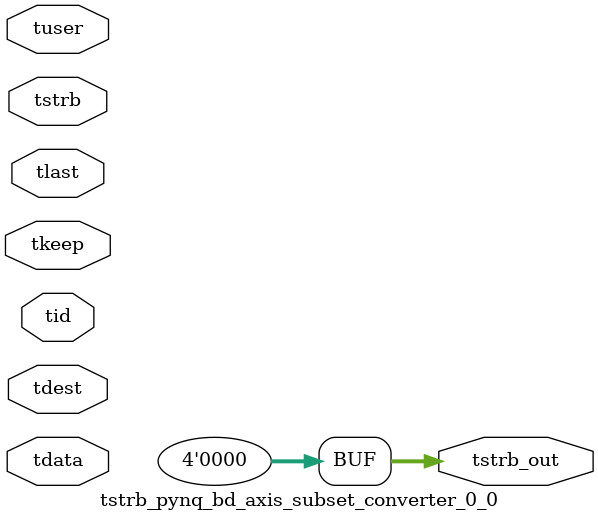
<source format=v>


`timescale 1ps/1ps

module tstrb_pynq_bd_axis_subset_converter_0_0 #
(
parameter C_S_AXIS_TDATA_WIDTH = 32,
parameter C_S_AXIS_TUSER_WIDTH = 0,
parameter C_S_AXIS_TID_WIDTH   = 0,
parameter C_S_AXIS_TDEST_WIDTH = 0,
parameter C_M_AXIS_TDATA_WIDTH = 32
)
(
input  [(C_S_AXIS_TDATA_WIDTH == 0 ? 1 : C_S_AXIS_TDATA_WIDTH)-1:0     ] tdata,
input  [(C_S_AXIS_TUSER_WIDTH == 0 ? 1 : C_S_AXIS_TUSER_WIDTH)-1:0     ] tuser,
input  [(C_S_AXIS_TID_WIDTH   == 0 ? 1 : C_S_AXIS_TID_WIDTH)-1:0       ] tid,
input  [(C_S_AXIS_TDEST_WIDTH == 0 ? 1 : C_S_AXIS_TDEST_WIDTH)-1:0     ] tdest,
input  [(C_S_AXIS_TDATA_WIDTH/8)-1:0 ] tkeep,
input  [(C_S_AXIS_TDATA_WIDTH/8)-1:0 ] tstrb,
input                                                                    tlast,
output [(C_M_AXIS_TDATA_WIDTH/8)-1:0 ] tstrb_out
);

assign tstrb_out = {1'b0};

endmodule


</source>
